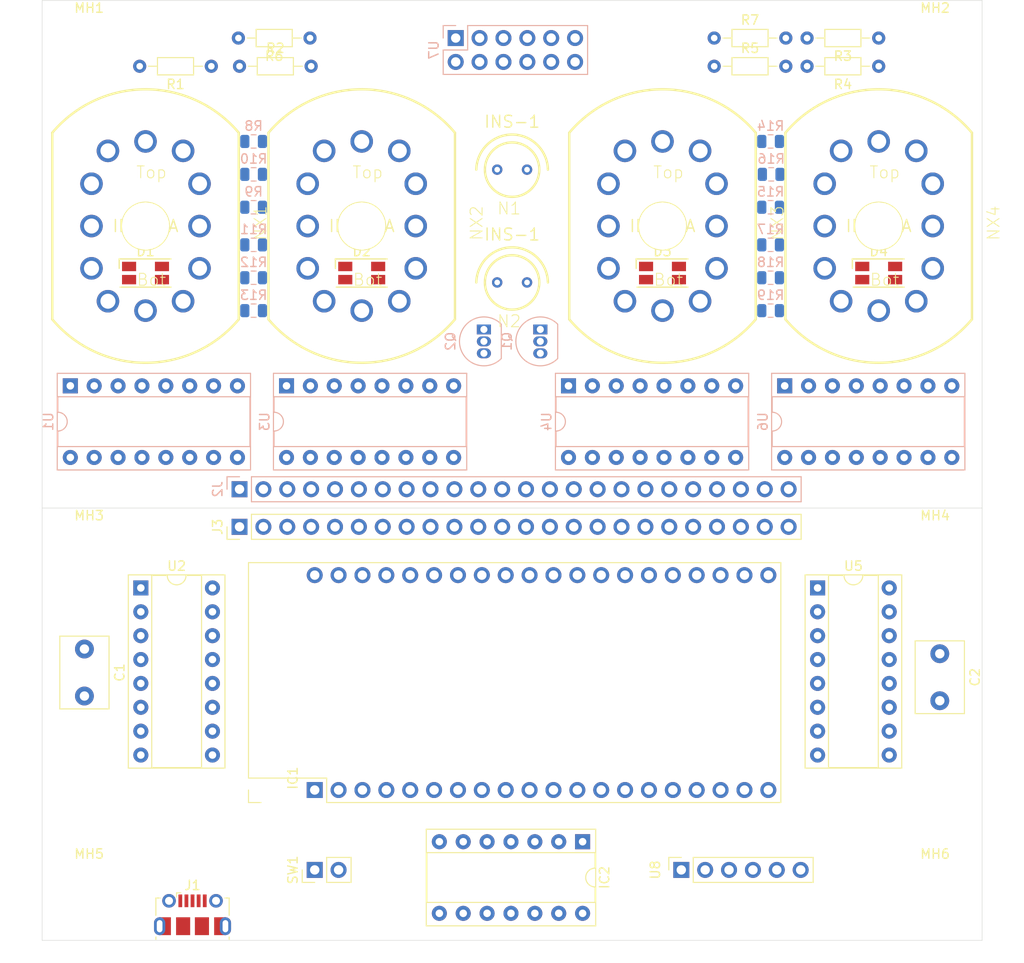
<source format=kicad_pcb>
(kicad_pcb (version 20211014) (generator pcbnew)
  (layers (0 "F.Cu" signal) (31 "B.Cu" signal) (34 "B.Paste" user) (35 "F.Paste" user) (36 "B.SilkS" user "B.Silkscreen") (37 "F.SilkS" user "F.Silkscreen") (38 "B.Mask" user) (39 "F.Mask" user) (44 "Edge.Cuts" user))
  (net 0 "")
  (net 1 "GND")
  (net 2 "+5V")
  (net 3 "Net-(IC1-Pad23)")
  (net 4 "Net-(IC1-Pad18)")
  (net 5 "Net-(IC1-Pad24)")
  (net 6 "Net-(IC1-Pad17)")
  (net 7 "Net-(IC1-Pad16)")
  (net 8 "Net-(IC1-Pad15)")
  (net 9 "Net-(IC1-Pad27)")
  (net 10 "Net-(IC1-Pad14)")
  (net 11 "Net-(IC1-Pad28)")
  (net 12 "Net-(IC1-Pad13)")
  (net 13 "Net-(IC1-Pad29)")
  (net 14 "Net-(IC1-Pad30)")
  (net 15 "Net-(IC1-Pad31)")
  (net 16 "Net-(IC1-Pad32)")
  (net 17 "Net-(IC1-Pad9)")
  (net 18 "Net-(IC1-Pad33)")
  (net 19 "Net-(IC1-Pad8)")
  (net 20 "Net-(IC1-Pad34)")
  (net 21 "Net-(IC1-Pad7)")
  (net 22 "Net-(IC1-Pad6)")
  (net 23 "Net-(IC1-Pad36)")
  (net 24 "Net-(IC1-Pad5)")
  (net 25 "Net-(IC1-Pad39)")
  (net 26 "Net-(IC1-Pad2)")
  (net 27 "Net-(IC1-Pad40)")
  (net 28 "Net-(IC1-Pad1)")
  (net 29 "Net-(IC2-Pad8)")
  (net 30 "Net-(IC2-Pad3)")
  (net 31 "Net-(IC2-Pad11)")
  (net 32 "Net-(J1-Pad2)")
  (net 33 "Net-(J1-Pad4)")
  (net 34 "Net-(J1-Pad3)")
  (net 35 "Net-(N1-PadA)")
  (net 36 "Net-(N1-PadK)")
  (net 37 "Net-(N2-PadK)")
  (net 38 "Net-(N2-PadA)")
  (net 39 "Net-(NX1-PadA)")
  (net 40 "Net-(NX1-Pad9)")
  (net 41 "Net-(NX1-Pad8)")
  (net 42 "Net-(NX1-Pad7)")
  (net 43 "Net-(NX1-Pad6)")
  (net 44 "Net-(NX1-Pad5)")
  (net 45 "Net-(NX1-Pad4)")
  (net 46 "Net-(NX1-Pad3)")
  (net 47 "Net-(NX1-Pad2)")
  (net 48 "Net-(NX1-Pad1)")
  (net 49 "Net-(NX1-Pad0)")
  (net 50 "Net-(NX2-Pad0)")
  (net 51 "Net-(NX2-Pad1)")
  (net 52 "Net-(NX2-Pad2)")
  (net 53 "Net-(NX2-Pad3)")
  (net 54 "Net-(NX2-Pad4)")
  (net 55 "Net-(NX2-Pad5)")
  (net 56 "Net-(NX2-Pad6)")
  (net 57 "Net-(NX2-Pad7)")
  (net 58 "Net-(NX2-Pad8)")
  (net 59 "Net-(NX2-Pad9)")
  (net 60 "Net-(NX2-PadA)")
  (net 61 "Net-(NX3-PadA)")
  (net 62 "Net-(NX3-Pad9)")
  (net 63 "Net-(NX3-Pad8)")
  (net 64 "Net-(NX3-Pad7)")
  (net 65 "Net-(NX3-Pad6)")
  (net 66 "Net-(NX3-Pad5)")
  (net 67 "Net-(NX3-Pad4)")
  (net 68 "Net-(NX3-Pad3)")
  (net 69 "Net-(NX3-Pad2)")
  (net 70 "Net-(NX3-Pad1)")
  (net 71 "Net-(NX3-Pad0)")
  (net 72 "Net-(NX4-Pad0)")
  (net 73 "Net-(NX4-Pad1)")
  (net 74 "Net-(NX4-Pad2)")
  (net 75 "Net-(NX4-Pad3)")
  (net 76 "Net-(NX4-Pad4)")
  (net 77 "Net-(NX4-Pad5)")
  (net 78 "Net-(NX4-Pad6)")
  (net 79 "Net-(NX4-Pad7)")
  (net 80 "Net-(NX4-Pad8)")
  (net 81 "Net-(NX4-Pad9)")
  (net 82 "Net-(NX4-PadA)")
  (net 83 "Net-(R1-Pad2)")
  (net 84 "Net-(R7-Pad1)")
  (net 85 "VCC")
  (net 86 "Net-(U2-Pad10)")
  (net 87 "Net-(U2-Pad9)")
  (net 88 "Net-(U5-Pad9)")
  (net 89 "Net-(U5-Pad10)")
  (net 90 "Net-(U7-Pad5)")
  (net 91 "Net-(U7-Pad12)")
  (net 92 "Net-(J2-Pad1)")
  (net 93 "Net-(J2-Pad2)")
  (net 94 "Net-(J2-Pad3)")
  (net 95 "Net-(J2-Pad4)")
  (net 96 "Net-(J2-Pad5)")
  (net 97 "Net-(J2-Pad6)")
  (net 98 "Net-(J2-Pad7)")
  (net 99 "Net-(J2-Pad8)")
  (net 100 "Net-(J2-Pad9)")
  (net 101 "Net-(J2-Pad10)")
  (net 102 "Net-(J2-Pad11)")
  (net 103 "Net-(J2-Pad12)")
  (net 104 "Net-(J2-Pad13)")
  (net 105 "Net-(J2-Pad14)")
  (net 106 "Net-(J2-Pad15)")
  (net 107 "Net-(J2-Pad16)")
  (net 108 "Net-(J2-Pad17)")
  (net 109 "Net-(J2-Pad18)")
  (net 110 "Net-(J3-Pad1)")
  (net 111 "Net-(J3-Pad2)")
  (net 112 "Net-(J3-Pad3)")
  (net 113 "Net-(J3-Pad4)")
  (net 114 "Net-(J3-Pad5)")
  (net 115 "Net-(J3-Pad6)")
  (net 116 "Net-(J3-Pad7)")
  (net 117 "Net-(J3-Pad8)")
  (net 118 "Net-(J3-Pad9)")
  (net 119 "Net-(J3-Pad10)")
  (net 120 "Net-(J3-Pad11)")
  (net 121 "Net-(J3-Pad12)")
  (net 122 "Net-(J3-Pad13)")
  (net 123 "Net-(J3-Pad14)")
  (net 124 "Net-(J3-Pad15)")
  (net 125 "Net-(J3-Pad16)")
  (net 126 "Net-(U2-Pad13)")
  (net 127 "Net-(U5-Pad13)")
  (net 128 "Net-(D1-Pad3)")
  (net 129 "Net-(D1-Pad4)")
  (net 130 "Net-(D1-Pad2)")
  (net 131 "Net-(D1-Pad1)")
  (net 132 "Net-(D2-Pad2)")
  (net 133 "Net-(D2-Pad4)")
  (net 134 "Net-(D2-Pad3)")
  (net 135 "Net-(D3-Pad3)")
  (net 136 "Net-(D3-Pad4)")
  (net 137 "Net-(D3-Pad2)")
  (net 138 "Net-(D4-Pad2)")
  (net 139 "Net-(D4-Pad4)")
  (net 140 "Net-(D4-Pad3)")
  (net 141 "Net-(IC1-Pad35)")
  (net 142 "Net-(IC2-Pad12)")
  (net 143 "Net-(IC2-Pad6)")
  (net 144 "/R")
  (net 145 "/G")
  (net 146 "/B")
  (net 147 "/Rin")
  (net 148 "/Gin")
  (net 149 "/Bin")
  (net 150 "/CL1")
  (net 151 "/CL2")
  (net 152 "Net-(IC2-Pad13)")
  (net 153 "Net-(U8-Pad1)")
  (net 154 "Net-(U8-Pad2)")
  (footprint "ESP32:ESP32-EzSBC" (layer "F.Cu") (at 129 134 90)
    (fp_text reference "IC1")
    (fp_text value "ESP32-EzSBC")
  )
  (footprint "Connector_USB:USB_Micro-B_Molex-105017-0001" (layer "F.Cu") (at 116 147.25)
    (fp_text reference "J1")
    (fp_text value "USB_B_Micro")
  )
  (footprint "Nixies:INS-1" (layer "F.Cu") (at 150 68)
    (fp_text reference "N1")
    (fp_text value "INS-1")
  )
  (footprint "Nixies:INS-1" (layer "F.Cu") (at 150 80)
    (fp_text reference "N2")
    (fp_text value "INS-1")
  )
  (footprint "Resistor_THT:R_Axial_DIN0204_L3.6mm_D1.6mm_P7.62mm_Horizontal" (layer "F.Cu") (at 118 57 180)
    (fp_text reference "R1")
    (fp_text value "15k")
  )
  (footprint "Resistor_THT:R_Axial_DIN0204_L3.6mm_D1.6mm_P7.62mm_Horizontal" (layer "F.Cu") (at 189 54 180)
    (fp_text reference "R3")
    (fp_text value "15k")
  )
  (footprint "Resistor_THT:R_Axial_DIN0204_L3.6mm_D1.6mm_P7.62mm_Horizontal" (layer "F.Cu") (at 189 57 180)
    (fp_text reference "R4")
    (fp_text value "15k")
  )
  (footprint "Resistor_THT:R_Axial_DIN0204_L3.6mm_D1.6mm_P7.62mm_Horizontal" (layer "F.Cu") (at 171.5 57)
    (fp_text reference "R5")
    (fp_text value "220k")
  )
  (footprint "Resistor_THT:R_Axial_DIN0204_L3.6mm_D1.6mm_P7.62mm_Horizontal" (layer "F.Cu") (at 171.5 54)
    (fp_text reference "R7")
    (fp_text value "47k")
  )
  (footprint "Package_DIP:DIP-16_W7.62mm_Socket" (layer "F.Cu") (at 110.5 112.5)
    (fp_text reference "U2")
    (fp_text value "74HC595")
  )
  (footprint "Package_DIP:DIP-16_W7.62mm_Socket" (layer "F.Cu") (at 182.5 112.5)
    (fp_text reference "U5")
    (fp_text value "74HC595")
  )
  (footprint "Capacitor_THT:C_Disc_D7.5mm_W5.0mm_P5.00mm" (layer "F.Cu") (at 104.5 119 -90)
    (fp_text reference "C1")
    (fp_text value "0.1uF")
  )
  (footprint "LED_SMD:LED_RGB_1210" (layer "F.Cu") (at 111 79)
    (fp_text reference "D1")
    (fp_text value "LED_ARGB")
  )
  (footprint "LED_SMD:LED_RGB_1210" (layer "F.Cu") (at 134 79)
    (fp_text reference "D2")
    (fp_text value "LED_ARGB")
  )
  (footprint "LED_SMD:LED_RGB_1210" (layer "F.Cu") (at 166 79)
    (fp_text reference "D3")
    (fp_text value "LED_ARGB")
  )
  (footprint "LED_SMD:LED_RGB_1210" (layer "F.Cu") (at 189 79)
    (fp_text reference "D4")
    (fp_text value "LED_ARGB")
  )
  (footprint "Connector_PinHeader_2.54mm:PinHeader_1x24_P2.54mm_Vertical" (layer "F.Cu") (at 121 106 90)
    (fp_text reference "J3")
    (fp_text value "Conn_01x24_Female")
  )
  (footprint "Capacitor_THT:C_Disc_D7.5mm_W5.0mm_P5.00mm" (layer "F.Cu") (at 195.5 119.5 -90)
    (fp_text reference "C2")
    (fp_text value "0.1uF")
  )
  (footprint "Connector_PinSocket_2.54mm:PinSocket_1x06_P2.54mm_Vertical" (layer "F.Cu") (at 168 142.5 90)
    (fp_text reference "U8")
    (fp_text value "DS3231-Module")
  )
  (footprint "MountingHole:MountingHole_3.2mm_M3" (layer "F.Cu") (at 195 145)
    (fp_text reference "MH6")
    (fp_text value "MountingHole_3.2mm_M3")
  )
  (footprint "MountingHole:MountingHole_3.2mm_M3" (layer "F.Cu") (at 105 145)
    (fp_text reference "MH5")
    (fp_text value "MountingHole_3.2mm_M3")
  )
  (footprint "MountingHole:MountingHole_3.2mm_M3" (layer "F.Cu") (at 195 109)
    (fp_text reference "MH4")
    (fp_text value "MountingHole_3.2mm_M3")
  )
  (footprint "MountingHole:MountingHole_3.2mm_M3" (layer "F.Cu") (at 195 55)
    (fp_text reference "MH2")
    (fp_text value "MountingHole_3.2mm_M3")
  )
  (footprint "MountingHole:MountingHole_3.2mm_M3" (layer "F.Cu") (at 105 55)
    (fp_text reference "MH1")
    (fp_text value "MountingHole_3.2mm_M3")
  )
  (footprint "Nixies:nixies-us-IN-12-DSUB" (layer "F.Cu") (at 111 74)
    (fp_text reference "NX1")
    (fp_text value "IN-12A")
  )
  (footprint "Nixies:nixies-us-IN-12-DSUB" (layer "F.Cu") (at 134 74)
    (fp_text reference "NX2")
    (fp_text value "IN-12A")
  )
  (footprint "Nixies:nixies-us-IN-12-DSUB" (layer "F.Cu") (at 189 74)
    (fp_text reference "NX4")
    (fp_text value "IN-12A")
  )
  (footprint "Nixies:nixies-us-IN-12-DSUB" (layer "F.Cu") (at 166 74)
    (fp_text reference "NX3")
    (fp_text value "IN-12A")
  )
  (footprint "MountingHole:MountingHole_3.2mm_M3" (layer "F.Cu") (at 105 109)
    (fp_text reference "MH3")
    (fp_text value "MountingHole_3.2mm_M3")
  )
  (footprint "Resistor_THT:R_Axial_DIN0204_L3.6mm_D1.6mm_P7.62mm_Horizontal" (layer "F.Cu") (at 128.5 54 180)
    (fp_text reference "R6")
    (fp_text value "220k")
  )
  (footprint "Resistor_THT:R_Axial_DIN0204_L3.6mm_D1.6mm_P7.62mm_Horizontal" (layer "F.Cu") (at 121 57)
    (fp_text reference "R2")
    (fp_text value "15k")
  )
  (footprint "Package_DIP:DIP-14_W7.62mm_Socket" (layer "F.Cu") (at 157.5 139.5 -90)
    (fp_text reference "IC2")
    (fp_text value "SN74AHCT125N")
  )
  (footprint "Connector_PinHeader_2.54mm:PinHeader_1x02_P2.54mm_Vertical" (layer "F.Cu") (at 129 142.5 90)
    (fp_text reference "SW1")
    (fp_text value "SW_Push")
  )
  (footprint "Package_TO_SOT_THT:TO-92_Inline" (layer "B.Cu") (at 153 85 -90)
    (fp_text reference "Q1")
    (fp_text value "MPSA42")
  )
  (footprint "Package_TO_SOT_THT:TO-92_Inline" (layer "B.Cu") (at 147 85 -90)
    (fp_text reference "Q2")
    (fp_text value "MPSA42")
  )
  (footprint "Package_DIP:DIP-16_W7.62mm_Socket" (layer "B.Cu") (at 179 91 -90)
    (fp_text reference "U6")
    (fp_text value "74141")
  )
  (footprint "Connector_PinHeader_2.54mm:PinHeader_2x06_P2.54mm_Vertical" (layer "B.Cu") (at 144 54 -90)
    (fp_text reference "U7")
    (fp_text value "POWER-1363")
  )
  (footprint "Resistor_SMD:R_0805_2012Metric" (layer "B.Cu") (at 177.5 65)
    (fp_text reference "R14")
    (fp_text value "100")
  )
  (footprint "Resistor_SMD:R_0805_2012Metric" (layer "B.Cu") (at 122.5 68.5)
    (fp_text reference "R10")
    (fp_text value "150")
  )
  (footprint "Resistor_SMD:R_0805_2012Metric" (layer "B.Cu") (at 122.5 76 180)
    (fp_text reference "R11")
    (fp_text value "100")
  )
  (footprint "Resistor_SMD:R_0805_2012Metric" (layer "B.Cu") (at 122.5 79.5 180)
    (fp_text reference "R12")
    (fp_text value "150")
  )
  (footprint "Resistor_SMD:R_0805_2012Metric" (layer "B.Cu") (at 122.5 83 180)
    (fp_text reference "R13")
    (fp_text value "150")
  )
  (footprint "Resistor_SMD:R_0805_2012Metric" (layer "B.Cu") (at 177.5 76 180)
    (fp_text reference "R17")
    (fp_text value "100")
  )
  (footprint "Resistor_SMD:R_0805_2012Metric" (layer "B.Cu") (at 177.5 79.5 180)
    (fp_text reference "R18")
    (fp_text value "150")
  )
  (footprint "Resistor_SMD:R_0805_2012Metric" (layer "B.Cu") (at 177.5 83 180)
    (fp_text reference "R19")
    (fp_text value "150")
  )
  (footprint "Connector_PinHeader_2.54mm:PinHeader_1x24_P2.54mm_Vertical" (layer "B.Cu") (at 121 102 -90)
    (fp_text reference "J2")
    (fp_text value "Conn_01x24_Male")
  )
  (footprint "Resistor_SMD:R_0805_2012Metric" (layer "B.Cu") (at 177.5625 68.5)
    (fp_text reference "R16")
    (fp_text value "150")
  )
  (footprint "Resistor_SMD:R_0805_2012Metric" (layer "B.Cu") (at 177.5 72)
    (fp_text reference "R15")
    (fp_text value "150")
  )
  (footprint "Resistor_SMD:R_0805_2012Metric" (layer "B.Cu") (at 122.5 72)
    (fp_text reference "R9")
    (fp_text value "150")
  )
  (footprint "Resistor_SMD:R_0805_2012Metric" (layer "B.Cu") (at 122.5 65)
    (fp_text reference "R8")
    (fp_text value "100")
  )
  (footprint "Package_DIP:DIP-16_W7.62mm_Socket" (layer "B.Cu") (at 103 91 -90)
    (fp_text reference "U1")
    (fp_text value "74141")
  )
  (footprint "Package_DIP:DIP-16_W7.62mm_Socket" (layer "B.Cu") (at 156 91 -90)
    (fp_text reference "U4")
    (fp_text value "74141")
  )
  (footprint "Package_DIP:DIP-16_W7.62mm_Socket" (layer "B.Cu") (at 126 91 -90)
    (fp_text reference "U3")
    (fp_text value "74141")
  )
  (gr_line (start 100 150) (end 100 50) (layer "Edge.Cuts") (width 0.05))
  (gr_line (start 200 150) (end 100 150) (layer "Edge.Cuts") (width 0.05))
  (gr_line (start 200 50) (end 200 150) (layer "Edge.Cuts") (width 0.05))
  (gr_line (start 100 50) (end 200 50) (layer "Edge.Cuts") (width 0.05))
  (gr_line (start 100 104) (end 200 104) (layer "Edge.Cuts") (width 0.05))
  (segment (start 153.225 87.54) (end 153 87.54) (width 0.25) (layer "B.Cu") (net 36))
  (segment (start 147.225 87.54) (end 147 87.54) (width 0.25) (layer "B.Cu") (net 37))
  (segment (start 113.303365 79.7) (end 112.75 79.7) (width 0.25) (layer "F.Cu") (net 128))
  (segment (start 131.814998 79.7) (end 132.25 79.7) (width 0.25) (layer "F.Cu") (net 132))
  (segment (start 167.75 79.7) (end 168.303365 79.7) (width 0.25) (layer "F.Cu") (net 135))
)
</source>
